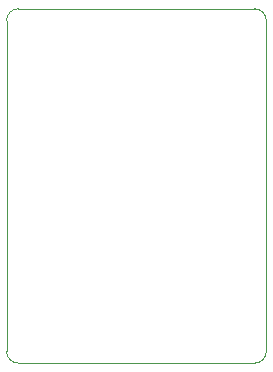
<source format=gbr>
G04 #@! TF.GenerationSoftware,KiCad,Pcbnew,5.0.2+dfsg1-1*
G04 #@! TF.CreationDate,2019-07-19T17:38:54+02:00*
G04 #@! TF.ProjectId,AutoGardener_Outdoor,4175746f-4761-4726-9465-6e65725f4f75,rev?*
G04 #@! TF.SameCoordinates,Original*
G04 #@! TF.FileFunction,Profile,NP*
%FSLAX46Y46*%
G04 Gerber Fmt 4.6, Leading zero omitted, Abs format (unit mm)*
G04 Created by KiCad (PCBNEW 5.0.2+dfsg1-1) date Pá 19. července 2019, 17:38:54 CEST*
%MOMM*%
%LPD*%
G01*
G04 APERTURE LIST*
%ADD10C,0.001000*%
G04 APERTURE END LIST*
D10*
X201000000Y-150000000D02*
G75*
G03X202000000Y-149000000I0J1000000D01*
G01*
X181000000Y-150000000D02*
X201000000Y-150000000D01*
X202000000Y-121000000D02*
X202000000Y-149000000D01*
X201000000Y-120000000D02*
G75*
G02X202000000Y-121000000I0J-1000000D01*
G01*
X181000000Y-120000000D02*
G75*
G03X180000000Y-121000000I0J-1000000D01*
G01*
X201000000Y-120000000D02*
X181000000Y-120000000D01*
X181000000Y-150000000D02*
G75*
G02X180000000Y-149000000I0J1000000D01*
G01*
X180000000Y-121000000D02*
X180000000Y-149000000D01*
M02*

</source>
